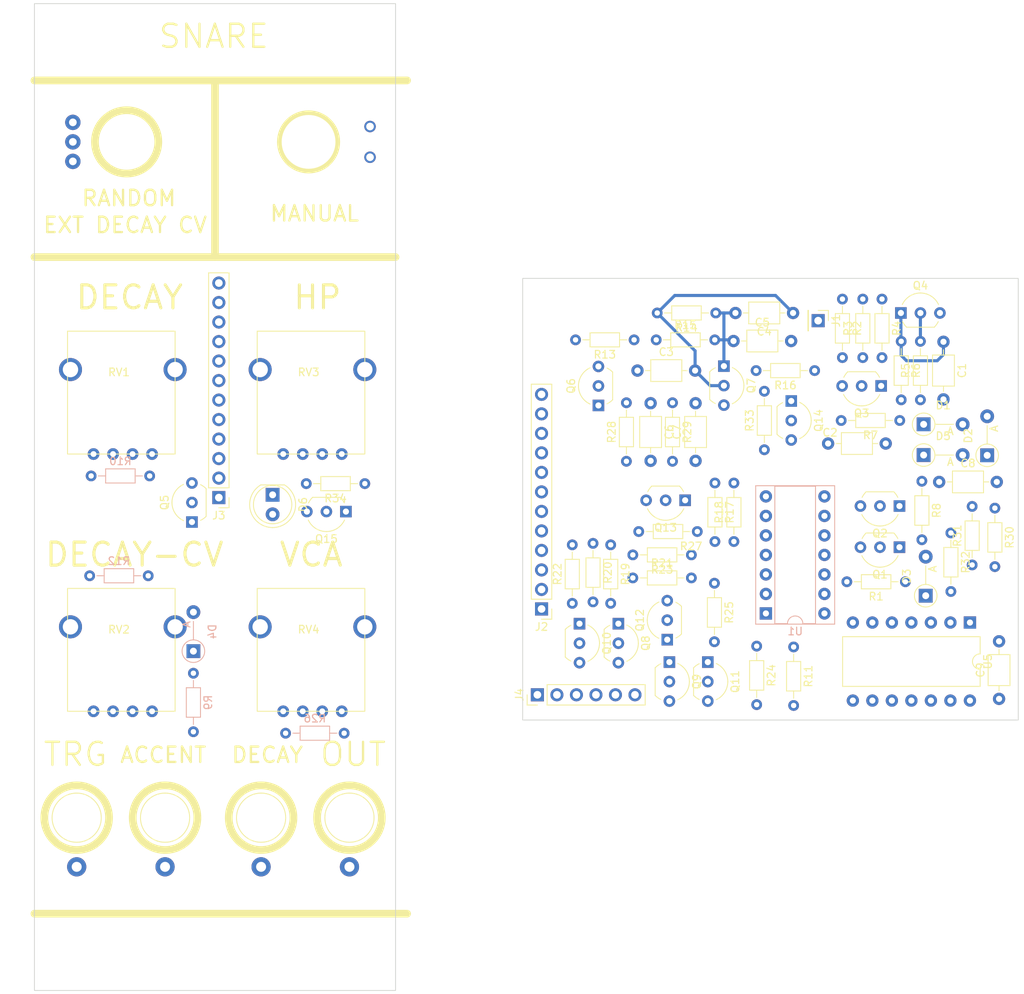
<source format=kicad_pcb>
(kicad_pcb (version 20221018) (generator pcbnew)
  (layers (0 "F.Cu" signal) (31 "B.Cu" signal) (34 "B.Paste" user) (35 "F.Paste" user) (36 "B.SilkS" user "B.Silkscreen") (37 "F.SilkS" user "F.Silkscreen") (38 "B.Mask" user) (39 "F.Mask" user) (44 "Edge.Cuts" user))
  (net 0 "")
  (net 1 "TRG_BUF")
  (net 2 "Net-(D1-A)")
  (net 3 "GND")
  (net 4 "Net-(Q6-E)")
  (net 5 "Net-(Q7-B)")
  (net 6 "Net-(Q7-C)")
  (net 7 "Net-(U1B-+)")
  (net 8 "Net-(C6-Pad1)")
  (net 9 "Net-(Q13-B)")
  (net 10 "NOISE")
  (net 11 "Net-(D2-A)")
  (net 12 "Net-(U1A-+)")
  (net 13 "Net-(D2-K)")
  (net 14 "Net-(D3-K)")
  (net 15 "Net-(D4-K)")
  (net 16 "Net-(D5-K)")
  (net 17 "Net-(J1-Pin_1)")
  (net 18 "Net-(Q1-B)")
  (net 19 "IN")
  (net 20 "Net-(Q4-B)")
  (net 21 "+12V")
  (net 23 "Net-(Q8-C)")
  (net 24 "Net-(Q8-B)")
  (net 25 "Net-(Q10-E)")
  (net 26 "Net-(Q11-B)")
  (net 27 "-12V")
  (net 28 "Net-(Q10-C)")
  (net 29 "Net-(Q12-E)")
  (net 30 "ENV")
  (net 31 "DCV")
  (net 32 "Net-(R3-Pad2)")
  (net 33 "Net-(R9-Pad1)")
  (net 34 "Net-(R10-Pad1)")
  (net 35 "Net-(R12-Pad1)")
  (net 36 "Net-(U1B--)")
  (net 37 "NOISE_TONED")
  (net 38 "OUT")
  (net 39 "Net-(SW2-B)")
  (net 41 "Net-(SW2-A)")
  (net 42 "RVG")
  (net 52 "CAP")
  (net 53 "Net-(Q3-C)")
  (net 54 "VGND")
  (net 55 "NOISE_HP")
  (net 56 "OFFSET")
  (net 57 "Net-(J2-Pin_7)")
  (net 58 "Net-(Q4-C)")
  (net 59 "Net-(D1-K)")
  (net 60 "Net-(Q3-B)")
  (net 61 "Net-(D6-A)")
  (net 62 "Net-(D6-K)")
  (footprint "Resistor_THT:R_Axial_DIN0204_L3.6mm_D1.6mm_P7.62mm_Horizontal" (layer "F.Cu") (at 180.925 63.78)
    (fp_text reference "R15" (at 3.81 -1.92) (layer "F.SilkS"))
    (fp_text value "4k7")
    (pad "1" thru_hole circle (at 0 0) (size 1.4 1.4) (drill 0.7) (layers "*.Cu" "*.Mask") (net 21 "+12V"))
    (pad "2" thru_hole oval (at 7.62 0) (size 1.4 1.4) (drill 0.7) (layers "*.Cu" "*.Mask") (net 6 "Net-(Q7-C)"))
  )
  (footprint "Resistor_THT:R_Axial_DIN0204_L3.6mm_D1.6mm_P7.62mm_Horizontal" (layer "F.Cu") (at 178.045 63.78 180)
    (fp_text reference "R13" (at 3.81 -1.92) (layer "F.SilkS"))
    (fp_text value "1M")
    (pad "1" thru_hole circle (at 0 0 180) (size 1.4 1.4) (drill 0.7) (layers "*.Cu" "*.Mask") (net 21 "+12V"))
    (pad "2" thru_hole oval (at 7.62 0 180) (size 1.4 1.4) (drill 0.7) (layers "*.Cu" "*.Mask") (net 4 "Net-(Q6-E)"))
  )
  (footprint "Resistor_THT:R_Axial_DIN0204_L3.6mm_D1.6mm_P7.62mm_Horizontal" (layer "F.Cu") (at 215.5 82.19 -90)
    (fp_text reference "R8" (at 3.81 -1.92 90) (layer "F.SilkS"))
    (fp_text value "100k")
    (pad "1" thru_hole circle (at 0 0 270) (size 1.4 1.4) (drill 0.7) (layers "*.Cu" "*.Mask") (net 16 "Net-(D5-K)"))
    (pad "2" thru_hole oval (at 7.62 0 270) (size 1.4 1.4) (drill 0.7) (layers "*.Cu" "*.Mask") (net 18 "Net-(Q1-B)"))
  )
  (footprint "Connector_PinHeader_2.54mm:PinHeader_1x12_P2.54mm_Vertical" (layer "F.Cu") (at 166 98.82 180)
    (fp_text reference "J2" (at 0 -2.33) (layer "F.SilkS"))
    (fp_text value "Conn_01x12_Pin")
    (pad "1" thru_hole rect (at 0 0 180) (size 1.7 1.7) (drill 1) (layers "*.Cu" "*.Mask") (net 21 "+12V"))
    (pad "2" thru_hole oval (at 0 2.54 180) (size 1.7 1.7) (drill 1) (layers "*.Cu" "*.Mask") (net 3 "GND"))
    (pad "3" thru_hole oval (at 0 5.08 180) (size 1.7 1.7) (drill 1) (layers "*.Cu" "*.Mask") (net 27 "-12V"))
    (pad "4" thru_hole oval (at 0 7.62 180) (size 1.7 1.7) (drill 1) (layers "*.Cu" "*.Mask") (net 10 "NOISE"))
    (pad "5" thru_hole oval (at 0 10.16 180) (size 1.7 1.7) (drill 1) (layers "*.Cu" "*.Mask") (net 37 "NOISE_TONED"))
    (pad "6" thru_hole oval (at 0 12.7 180) (size 1.7 1.7) (drill 1) (layers "*.Cu" "*.Mask") (net 55 "NOISE_HP"))
    (pad "7" thru_hole oval (at 0 15.24 180) (size 1.7 1.7) (drill 1) (layers "*.Cu" "*.Mask") (net 57 "Net-(J2-Pin_7)"))
    (pad "8" thru_hole oval (at 0 17.78 180) (size 1.7 1.7) (drill 1) (layers "*.Cu" "*.Mask") (net 54 "VGND"))
    (pad "9" thru_hole oval (at 0 20.32 180) (size 1.7 1.7) (drill 1) (layers "*.Cu" "*.Mask") (net 56 "OFFSET"))
    (pad "10" thru_hole oval (at 0 22.86 180) (size 1.7 1.7) (drill 1) (layers "*.Cu" "*.Mask") (net 38 "OUT"))
    (pad "11" thru_hole oval (at 0 25.4 180) (size 1.7 1.7) (drill 1) (layers "*.Cu" "*.Mask") (net 52 "CAP"))
    (pad "12" thru_hole oval (at 0 27.94 180) (size 1.7 1.7) (drill 1) (layers "*.Cu" "*.Mask") (net 19 "IN"))
  )
  (footprint "Package_TO_SOT_THT:TO-92_Inline_Wide" (layer "F.Cu") (at 184.69 84.67 180)
    (fp_text reference "Q13" (at 2.54 -3.56) (layer "F.SilkS"))
    (fp_text value "BC547")
    (pad "1" thru_hole rect (at 0 0 180) (size 1.5 1.5) (drill 0.8) (layers "*.Cu" "*.Mask") (net 21 "+12V"))
    (pad "2" thru_hole circle (at 2.54 0 180) (size 1.5 1.5) (drill 0.8) (layers "*.Cu" "*.Mask") (net 9 "Net-(Q13-B)"))
    (pad "3" thru_hole circle (at 5.08 0 180) (size 1.5 1.5) (drill 0.8) (layers "*.Cu" "*.Mask") (net 55 "NOISE_HP"))
  )
  (footprint "LED_THT:LED_D5.0mm" (layer "F.Cu") (at 131 83.96 -90)
    (fp_text reference "D6" (at 1.27 -3.96 90) (layer "F.SilkS"))
    (fp_text value "LED")
    (pad "1" thru_hole rect (at 0 0 270) (size 1.8 1.8) (drill 0.9) (layers "*.Cu" "*.Mask") (net 62 "Net-(D6-K)"))
    (pad "2" thru_hole circle (at 2.54 0 270) (size 1.8 1.8) (drill 0.9) (layers "*.Cu" "*.Mask") (net 61 "Net-(D6-A)"))
  )
  (footprint "Resistor_THT:R_Axial_DIN0204_L3.6mm_D1.6mm_P7.62mm_Horizontal" (layer "F.Cu") (at 207.81 66.09 90)
    (fp_text reference "R3" (at 3.81 -1.92 90) (layer "F.SilkS"))
    (fp_text value "10k")
    (pad "1" thru_hole circle (at 0 0 90) (size 1.4 1.4) (drill 0.7) (layers "*.Cu" "*.Mask") (net 60 "Net-(Q3-B)"))
    (pad "2" thru_hole oval (at 7.62 0 90) (size 1.4 1.4) (drill 0.7) (layers "*.Cu" "*.Mask") (net 32 "Net-(R3-Pad2)"))
  )
  (footprint "Library:aux_flush" (layer "F.Cu") (at 141 126 90)
    (fp_text reference "U6" hide)
    (fp_text value "Aux_flush")
    (pad "" np_thru_hole circle (at 0 0 90) (size 6.1 6.1) (drill 6.1) (layers "F&B.Cu" "*.Mask"))
    (pad "1" thru_hole circle (at -6.4 0 90) (size 2.5 2.5) (drill 1.3) (layers "*.Cu" "*.Mask") (net 38 "OUT"))
  )
  (footprint "Diode_THT:D_A-405_P5.08mm_Vertical_AnodeUp" (layer "F.Cu") (at 215.73 78.78)
    (fp_text reference "D5" (at 2.54 -2.47) (layer "F.SilkS"))
    (fp_text value "D")
    (fp_text user "A" (at 3.48 0.9) (layer "F.SilkS"))
    (pad "1" thru_hole rect (at 0 0) (size 1.8 1.8) (drill 0.9) (layers "*.Cu" "*.Mask") (net 16 "Net-(D5-K)"))
    (pad "2" thru_hole oval (at 5.08 0) (size 1.8 1.8) (drill 0.9) (layers "*.Cu" "*.Mask") (net 59 "Net-(D1-K)"))
  )
  (footprint "MountingHole:MountingHole_3.2mm_M3" (layer "F.Cu") (at 105 23)
    (fp_text reference "REF**" hide)
    (fp_text value "MountingHole_3.2mm_M3")
    (pad "" np_thru_hole circle (at 0 0) (size 3.2 3.2) (drill 3.2) (layers "*.Cu" "*.Mask"))
  )
  (footprint "Resistor_THT:R_Axial_DIN0204_L3.6mm_D1.6mm_P7.62mm_Horizontal" (layer "F.Cu") (at 210.31 58.47 -90)
    (fp_text reference "R4" (at 3.81 -1.92 90) (layer "F.SilkS"))
    (fp_text value "10k")
    (pad "1" thru_hole circle (at 0 0 270) (size 1.4 1.4) (drill 0.7) (layers "*.Cu" "*.Mask") (net 21 "+12V"))
    (pad "2" thru_hole oval (at 7.62 0 270) (size 1.4 1.4) (drill 0.7) (layers "*.Cu" "*.Mask") (net 53 "Net-(Q3-C)"))
  )
  (footprint "Resistor_THT:R_Axial_DIN0204_L3.6mm_D1.6mm_P7.62mm_Horizontal" (layer "F.Cu") (at 212.62 74.28 180)
    (fp_text reference "R7" (at 3.81 -1.92) (layer "F.SilkS"))
    (fp_text value "100k")
    (pad "1" thru_hole circle (at 0 0 180) (size 1.4 1.4) (drill 0.7) (layers "*.Cu" "*.Mask") (net 2 "Net-(D1-A)"))
    (pad "2" thru_hole oval (at 7.62 0 180) (size 1.4 1.4) (drill 0.7) (layers "*.Cu" "*.Mask") (net 3 "GND"))
  )
  (footprint "Library:switch_flush" (layer "F.Cu") (at 112 38 -90)
    (fp_text reference "SW2" hide)
    (fp_text value "SW_SPDT" hide)
    (pad "" np_thru_hole circle (at 0 0 270) (size 6.2 6.2) (drill 6.2) (layers "F&B.Cu" "*.Mask"))
    (pad "1" thru_hole circle (at 2.54 7 90) (size 2 2) (drill 1) (layers "*.Cu" "*.Mask") (net 41 "Net-(SW2-A)"))
    (pad "2" thru_hole circle (at 0 7 90) (size 2 2) (drill 1) (layers "*.Cu" "*.Mask") (net 39 "Net-(SW2-B)"))
    (pad "3" thru_hole circle (at -2.54 7 90) (size 2 2) (drill 1) (layers "*.Cu" "*.Mask") (net 42 "RVG"))
  )
  (footprint "Resistor_THT:R_Axial_DIN0204_L3.6mm_D1.6mm_P7.62mm_Horizontal" (layer "F.Cu") (at 175 90.47 -90)
    (fp_text reference "R19" (at 3.81 -1.92 90) (layer "F.SilkS"))
    (fp_text value "100k")
    (pad "1" thru_hole circle (at 0 0 270) (size 1.4 1.4) (drill 0.7) (layers "*.Cu" "*.Mask") (net 37 "NOISE_TONED"))
    (pad "2" thru_hole oval (at 7.62 0 270) (size 1.4 1.4) (drill 0.7) (layers "*.Cu" "*.Mask") (net 24 "Net-(Q8-B)"))
  )
  (footprint "Resistor_THT:R_Axial_DIN0204_L3.6mm_D1.6mm_P7.62mm_Horizontal" (layer "F.Cu") (at 172.7 90.28 -90)
    (fp_text reference "R20" (at 3.81 -1.92 90) (layer "F.SilkS"))
    (fp_text value "200R")
    (pad "1" thru_hole circle (at 0 0 270) (size 1.4 1.4) (drill 0.7) (layers "*.Cu" "*.Mask") (net 3 "GND"))
    (pad "2" thru_hole oval (at 7.62 0 270) (size 1.4 1.4) (drill 0.7) (layers "*.Cu" "*.Mask") (net 24 "Net-(Q8-B)"))
  )
  (footprint "Capacitor_THT:C_Axial_L3.8mm_D2.6mm_P7.50mm_Horizontal" (layer "F.Cu") (at 186.045 79.53 90)
    (fp_text reference "C7" (at 3.75 -2.42 90) (layer "F.SilkS"))
    (fp_text value "470n")
    (pad "1" thru_hole circle (at 0 0 90) (size 1.6 1.6) (drill 0.8) (layers "*.Cu" "*.Mask") (net 10 "NOISE"))
    (pad "2" thru_hole oval (at 7.5 0 90) (size 1.6 1.6) (drill 0.8) (layers "*.Cu" "*.Mask") (net 8 "Net-(C6-Pad1)"))
  )
  (footprint "Diode_THT:D_A-405_P5.08mm_Vertical_AnodeUp" (layer "F.Cu") (at 215.73 74.78)
    (fp_text reference "D1" (at 2.54 -2.47) (layer "F.SilkS"))
    (fp_text value "D")
    (fp_text user "A" (at 3.48 0.9) (layer "F.SilkS"))
    (pad "1" thru_hole rect (at 0 0) (size 1.8 1.8) (drill 0.9) (layers "*.Cu" "*.Mask") (net 59 "Net-(D1-K)"))
    (pad "2" thru_hole oval (at 5.08 0) (size 1.8 1.8) (drill 0.9) (layers "*.Cu" "*.Mask") (net 2 "Net-(D1-A)"))
  )
  (footprint "Library:aux_flush" (layer "F.Cu") (at 129.5 126 90)
    (fp_text reference "U4" hide)
    (fp_text value "Aux_flush")
    (pad "" np_thru_hole circle (at 0 0 90) (size 6.1 6.1) (drill 6.1) (layers "F&B.Cu" "*.Mask"))
    (pad "1" thru_hole circle (at -6.4 0 90) (size 2.5 2.5) (drill 1.3) (layers "*.Cu" "*.Mask") (net 41 "Net-(SW2-A)"))
  )
  (footprint "Resistor_THT:R_Axial_DIN0204_L3.6mm_D1.6mm_P7.62mm_Horizontal" (layer "F.Cu") (at 188.565 82.42 -90)
    (fp_text reference "R17" (at 3.81 -1.92 90) (layer "F.SilkS"))
    (fp_text value "100k")
    (pad "1" thru_hole circle (at 0 0 270) (size 1.4 1.4) (drill 0.7) (layers "*.Cu" "*.Mask") (net 10 "NOISE"))
    (pad "2" thru_hole oval (at 7.62 0 270) (size 1.4 1.4) (drill 0.7) (layers "*.Cu" "*.Mask") (net 36 "Net-(U1B--)"))
  )
  (footprint "Resistor_THT:R_Axial_DIN0204_L3.6mm_D1.6mm_P7.62mm_Horizontal" (layer "F.Cu") (at 183.045 71.97 -90)
    (fp_text reference "R29" (at 3.81 -1.92 90) (layer "F.SilkS"))
    (fp_text value "100k")
    (pad "1" thru_hole circle (at 0 0 270) (size 1.4 1.4) (drill 0.7) (layers "*.Cu" "*.Mask") (net 8 "Net-(C6-Pad1)"))
    (pad "2" thru_hole oval (at 7.62 0 270) (size 1.4 1.4) (drill 0.7) (layers "*.Cu" "*.Mask") (net 3 "GND"))
  )
  (footprint "Package_TO_SOT_THT:TO-92_Inline_Wide" (layer "F.Cu") (at 212.77 60.28)
    (fp_text reference "Q4" (at 2.54 -3.56) (layer "F.SilkS"))
    (fp_text value "BC557")
    (pad "1" thru_hole rect (at 0 0) (size 1.5 1.5) (drill 0.8) (layers "*.Cu" "*.Mask") (net 58 "Net-(Q4-C)"))
    (pad "2" thru_hole circle (at 2.54 0) (size 1.5 1.5) (drill 0.8) (layers "*.Cu" "*.Mask") (net 20 "Net-(Q4-B)"))
    (pad "3" thru_hole circle (at 5.08 0) (size 1.5 1.5) (drill 0.8) (layers "*.Cu" "*.Mask") (net 21 "+12V"))
  )
  (footprint "Diode_THT:D_A-405_P5.08mm_Vertical_AnodeUp" (layer "F.Cu") (at 216 97.095 90)
    (fp_text reference "D3" (at 2.54 -2.47 90) (layer "F.SilkS"))
    (fp_text value "D")
    (fp_text user "A" (at 3.48 0.9 90) (layer "F.SilkS"))
    (pad "1" thru_hole rect (at 0 0 90) (size 1.8 1.8) (drill 0.9) (layers "*.Cu" "*.Mask") (net 14 "Net-(D3-K)"))
    (pad "2" thru_hole oval (at 5.08 0 90) (size 1.8 1.8) (drill 0.9) (layers "*.Cu" "*.Mask") (net 3 "GND"))
  )
  (footprint "Resistor_THT:R_Axial_DIN0204_L3.6mm_D1.6mm_P7.62mm_Horizontal" (layer "F.Cu") (at 186.27 88.74 180)
    (fp_text reference "R27" (at 0.81 -1.92) (layer "F.SilkS"))
    (fp_text value "100k")
    (pad "1" thru_hole circle (at 0 0 180) (size 1.4 1.4) (drill 0.7) (layers "*.Cu" "*.Mask") (net 55 "NOISE_HP"))
    (pad "2" thru_hole oval (at 7.62 0 180) (size 1.4 1.4) (drill 0.7) (layers "*.Cu" "*.Mask") (net 27 "-12V"))
  )
  (footprint "Resistor_THT:R_Axial_DIN0204_L3.6mm_D1.6mm_P7.62mm_Horizontal" (layer "F.Cu") (at 205.16 58.47 -90)
    (fp_text reference "R2" (at 3.81 -1.92 90) (layer "F.SilkS"))
    (fp_text value "10k")
    (pad "1" thru_hole circle (at 0 0 270) (size 1.4 1.4) (drill 0.7) (layers "*.Cu" "*.Mask") (net 17 "Net-(J1-Pin_1)"))
    (pad "2" thru_hole oval (at 7.62 0 270) (size 1.4 1.4) (drill 0.7) (layers "*.Cu" "*.Mask") (net 60 "Net-(Q3-B)"))
  )
  (footprint "Resistor_THT:R_Axial_DIN0204_L3.6mm_D1.6mm_P7.62mm_Horizontal" (layer "F.Cu") (at 212.81 63.97 -90)
    (fp_text reference "R6" (at 3.81 -1.92 90) (layer "F.SilkS"))
    (fp_text value "100k")
    (pad "1" thru_hole circle (at 0 0 270) (size 1.4 1.4) (drill 0.7) (layers "*.Cu" "*.Mask") (net 58 "Net-(Q4-C)"))
    (pad "2" thru_hole oval (at 7.62 0 270) (size 1.4 1.4) (drill 0.7) (layers "*.Cu" "*.Mask") (net 3 "GND"))
  )
  (footprint "Resistor_THT:R_Axial_DIN0204_L3.6mm_D1.6mm_P7.62mm_Horizontal" (layer "F.Cu") (at 222.045 93.09 90)
    (fp_text reference "R31" (at 3.81 -1.92 90) (layer "F.SilkS"))
    (fp_text value "100k")
    (pad "1" thru_hole circle (at 0 0 90) (size 1.4 1.4) (drill 0.7) (layers "*.Cu" "*.Mask") (net 13 "Net-(D2-K)"))
    (pad "2" thru_hole oval (at 7.62 0 90) (size 1.4 1.4) (drill 0.7) (layers "*.Cu" "*.Mask") (net 3 "GND"))
  )
  (footprint "Package_DIP:DIP-14_W10.16mm" (layer "F.Cu") (at 221.756102 100.59 -90)
    (fp_text reference "U5" (at 5.08 -2.33 90) (layer "F.SilkS"))
    (fp_text value "4066")
    (pad "1" thru_hole rect (at 0 0 270) (size 1.6 1.6) (drill 0.8) (layers "*.Cu" "*.Mask") (net 12 "Net-(U1A-+)"))
    (pad "2" thru_hole oval (at 0 2.54 270) (size 1.6 1.6) (drill 0.8) (layers "*.Cu" "*.Mask") (net 14 "Net-(D3-K)"))
    (pad "3" thru_hole oval (at 0 5.08 270) (size 1.6 1.6) (drill 0.8) (layers "*.Cu" "*.Mask"))
    (pad "4" thru_hole oval (at 0 7.62 270) (size 1.6 1.6) (drill 0.8) (layers "*.Cu" "*.Mask"))
    (pad "5" thru_hole oval (at 0 10.16 270) (size 1.6 1.6) (drill 0.8) (layers "*.Cu" "*.Mask"))
    (pad "6" thru_hole oval (at 0 12.7 270) (size 1.6 1.6) (drill 0.8) (layers "*.Cu" "*.Mask"))
    (pad "7" thru_hole oval (at 0 15.24 270) (size 1.6 1.6) (drill 0.8) (layers "*.Cu" "*.Mask") (net 3 "GND"))
    (pad "8" thru_hole oval (at 10.16 15.24 270) (size 1.6 1.6) (drill 0.8) (layers "*.Cu" "*.Mask"))
    (pad "9" thru_hole oval (at 10.16 12.7 270) (size 1.6 1.6) (drill 0.8) (layers "*.Cu" "*.Mask"))
    (pad "10" thru_hole oval (at 10.16 10.16 270) (size 1.6 1.6) (drill 0.8) (layers "*.Cu" "*.Mask"))
    (pad "11" thru_hole oval (at 10.16 7.62 270) (size 1.6 1.6) (drill 0.8) (layers "*.Cu" "*.Mask"))
    (pad "12" thru_hole oval (at 10.16 5.08 270) (size 1.6 1.6) (drill 0.8) (layers "*.Cu" "*.Mask"))
    (pad "13" thru_hole oval (at 10.16 2.54 270) (size 1.6 1.6) (drill 0.8) (layers "*.Cu" "*.Mask") (net 13 "Net-(D2-K)"))
    (pad "14" thru_hole oval (at 10.16 0 270) (size 1.6 1.6) (drill 0.8) (layers "*.Cu" "*.Mask") (net 21 "+12V"))
  )
  (footprint "Resistor_THT:R_Axial_DIN0204_L3.6mm_D1.6mm_P7.62mm_Horizontal" (layer "F.Cu") (at 198.81 103.77 -90)
    (fp_text reference "R11" (at 3.81 -1.92 90) (layer "F.SilkS"))
    (fp_text value "100k")
    (pad "1" thru_hole circle (at 0 0 270) (size 1.4 1.4) (drill 0.7) (layers "*.Cu" "*.Mask") (net 54 "VGND"))
    (pad "2" thru_hole oval (at 7.62 0 270) (size 1.4 1.4) (drill 0.7) (layers "*.Cu" "*.Mask") (net 31 "DCV"))
  )
  (footprint "Package_TO_SOT_THT:TO-92_Inline_Wide" (layer "F.Cu") (at 170.94 100.74 -90)
    (fp_text reference "Q10" (at 2.54 -3.56 90) (layer "F.SilkS"))
    (fp_text value "BC547")
    (pad "1" thru_hole rect (at 0 0 270) (size 1.5 1.5) (drill 0.8) (layers "*.Cu" "*.Mask") (net 28 "Net-(Q10-C)"))
    (pad "2" thru_hole circle (at 2.54 0 270) (size 1.5 1.5) (drill 0.8) (layers "*.Cu" "*.Mask") (net 3 "GND"))
    (pad "3" thru_hole circle (at 5.08 0 270) (size 1.5 1.5) (drill 0.8) (layers "*.Cu" "*.Mask") (net 25 "Net-(Q10-E)"))
  )
  (footprint "Resistor_THT:R_Axial_DIN0204_L3.6mm_D1.6mm_P7.62mm_Horizontal" (layer "F.Cu") (at 219.275551 88.925 -90)
    (fp_text reference "R32" (at 3.81 -1.92 90) (layer "F.SilkS"))
    (fp_text value "1k")
    (pad "1" thru_hole circle (at 0 0 270) (size 1.4 1.4) (drill 0.7) (layers "*.Cu" "*.Mask") (net 10 "NOISE"))
    (pad "2" thru_hole oval (at 7.62 0 270) (size 1.4 1.4) (drill 0.7) (layers "*.Cu" "*.Mask") (net 14 "Net-(D3-K)"))
  )
  (footprint "MountingHole:MountingHole_3.2mm_M3" (layer "F.Cu") (at 140.5 23)
    (fp_text reference "REF**" hide)
    (fp_text value "MountingHole_3.2mm_M3")
    (pad "" np_thru_hole circle (at 0 0) (size 3.2 3.2) (drill 3.2) (layers "F&B.Cu" "*.Mask"))
  )
  (footprint "Capacitor_THT:C_Axial_L3.8mm_D2.6mm_P7.50mm_Horizontal" (layer "F.Cu") (at 198.735 60.28 180)
    (fp_text reference "C4" (at 3.75 -2.42) (layer "F.SilkS"))
    (fp_text value "10p")
    (pad "1" thru_hole circle (at 0 0 180) (size 1.6 1.6) (drill 0.8) (layers "*.Cu" "*.Mask") (net 5 "Net-(Q7-B)"))
    (pad "2" thru_hole oval (at 7.5 0 180) (size 1.6 1.6) (drill 0.8) (layers "*.Cu" "*.Mask") (net 6 "Net-(Q7-C)"))
  )
  (footprint "Package_TO_SOT_THT:TO-92_Inline_Wide" (layer "F.Cu") (at 212.585 85.42 180)
    (fp_text reference "Q2" (at 2.54 -3.56) (layer "F.SilkS"))
    (fp_text value "BC547")
    (pad "1" thru_hole rect (at 0 0 180) (size 1.5 1.5) (drill 0.8) (layers "*.Cu" "*.Mask") (net 18 "Net-(Q1-B)"))
    (pad "2" thru_hole circle (at 2.54 0 180) (size 1.5 1.5) (drill 0.8) (layers "*.Cu" "*.Mask") (net 18 "Net-(Q1-B)"))
    (pad "3" thru_hole circle (at 5.08 0 180) (size 1.5 1.5) (drill 0.8) (layers "*.Cu" "*.Mask") (net 3 "GND"))
  )
  (footprint "Package_TO_SOT_THT:TO-92_Inline_Wide" (layer "F.Cu") (at 210.2 69.78 180)
    (fp_text reference "Q3" (at 2.54 -3.56) (layer "F.SilkS"))
    (fp_text value "BC547")
    (pad "1" thru_hole rect (at 0 0 180) (size 1.5 1.5) (drill 0.8) (layers "*.Cu" "*.Mask") (net 53 "Net-(Q3-C)"))
    (pad "2" thru_hole circle (at 2.54 0 180) (size 1.5 1.5) (drill 0.8) (layers "*.Cu" "*.Mask") (net 60 "Net-(Q3-B)"))
    (pad "3" thru_hole circle (at 5.08 0 180) (size 1.5 1.5) (drill 0.8) (layers "*.Cu" "*.Mask") (net 3 "GND"))
  )
  (footprint "Capacitor_THT:C_Axial_L3.8mm_D2.6mm_P7.50mm_Horizontal" (layer "F.Cu") (at 180.195 72.03 -90)
    (fp_text reference "C6" (at 3.75 -2.42 90) (layer "F.SilkS"))
    (fp_text value "470n")
    (pad "1" thru_hole circle (at 0 0 270) (size 1.6 1.6) (drill 0.8) (layers "*.Cu" "*.Mask") (net 8 "Net-(C6-Pad1)"))
    (pad "2" thru_hole oval (at 7.5 0 270) (size 1.6 1.6) (drill 0.8) (layers "*.Cu" "*.Mask") (net 9 "Net-(Q13-B)"))
  )
  (footprint "Library:AlpsPot" (layer "F.Cu") (at 107.69 78.649)
    (fp_text reference "RV1" (at 3.31 -10.649 unlocked) (layer "F.SilkS"))
    (fp_text value "R_Potentiometer")
    (pad "1" thru_hole circle (at 0 0) (size 1.524 1.524) (drill 0.762) (layers "*.Cu" "*.Mask") (net 3 "GND"))
    (pad "2" thru_hole circle (at 2.54 0) (size 1.524 1.524) (drill 0.762) (layers "*.Cu" "*.Mask") (net 34 "Net-(R10-Pad1)"))
    (pad "3" thru_hole circle (at 5.08 0) (size 1.524 1.524) (drill 0.762) (layers "*.Cu" "*.Mask") (net 27 "-12V"))
    (pad "4" thru_hole circle (at 7.62 0) (size 1.524 1.524) (drill 0.762) (layers "*.Cu" "*.Mask"))
    (pad "5" thru_hole circle (at -3 -11) (size 3 3) (drill 2) (layers "*.Cu" "*.Mask"))
    (pad "6" thru_hole circle (at 10.62 -11) (size 3 3) (drill 2) (layers "*.Cu" "*.Mask"))
  )
  (footprint "Resistor_THT:R_Axial_DIN0204_L3.6mm_D1.6mm_P7.62mm_Horizontal" (layer "F.Cu") (at 215.31 71.59 90)
    (fp_text reference "R5" (at 3.81 -1.92 90) (layer "F.SilkS"))
    (fp_text value "10k")
    (pad "1" thru_hole circle (at 0 0 90) (size 1.4 1.4) (drill 0.7) (layers "*.Cu" "*.Mask") (net 53 "Net-(Q3-C)"))
    (pad "2" thru_hole oval (at 7.62 0 90) (size 1.4 1.4) (drill 0.7) (layers "*.Cu" "*.Mask") (net 20 "Net-(Q4-B)"))
  )
  (footprint "Connector_PinHeader_2.54mm:PinHeader_1x01_P2.54mm_Vertical" (layer "F.Cu") (at 202 61.28 -90)
    (fp_text reference "J1" (at 0 -2.33 90) (layer "F.SilkS"))
    (fp_text value "Conn_01x01_Pin")
    (pad "1" thru_hole rect (at 0 0 270) (size 1.7 1.7) (drill 1) (layers "*.Cu" "*.Mask") (net 17 "Net-(J1-Pin_1)"))
  )
  (footprint "Package_TO_SOT_THT:TO-92_Inline_Wide" (layer "F.Cu") (at 187.64 105.74 -90)
    (fp_text reference "Q11" (at 2.54 -3.56 90) (layer "F.SilkS"))
    (fp_text value "BC547")
    (pad "1" thru_hole rect (at 0 0 270) (size 1.5 1.5) (drill 0.8) (layers "*.Cu" "*.Mask") (net 26 "Net-(Q11-B)"))
    (pad "2" thru_hole circle (at 2.54 0 270) (size 1.5 1.5) (drill 0.8) (layers "*.Cu" "*.Mask") (net 26 "Net-(Q11-B)"))
    (pad "3" thru_hole circle (at 5.08 0 270) (size 1.5 1.5) (drill 0.8) (layers "*.Cu" "*.Mask") (net 27 "-12V"))
  )
  (footprint "Resistor_THT:R_Axial_DIN0204_L3.6mm_D1.6mm_P7.62mm_Horizontal" (layer "F.Cu") (at 191.034449 90.04 90)
    (fp_text reference "R18" (at 3.81 -1.92 90) (layer "F.SilkS"))
    (fp_text value "100k")
    (pad "1" thru_hole circle (at 0 0 90) (size 1.4 1.4) (drill 0.7) (layers "*.Cu" "*.Mask") (net 36 "Net-(U1B--)"))
    (pad "2" thru_hole oval (at 7.62 0 90) (size 1.4 1.4) (drill 0.7) (layers "*.Cu" "*.Mask") (net 3 "GND"))
  )
  (footprint "Package_TO_SOT_THT:TO-92_Inline_Wide" (layer "F.Cu") (at 176 100.74 -90)
    (fp_text reference "Q8" (at 2.54 -3.56 90) (layer "F.SilkS"))
    (fp_text value "BC547")
    (pad "1" thru_hole rect (at 0 0 270) (size 1.5 1.5) (drill 0.8) (layers "*.Cu" "*.Mask") (net 23 "Net-(Q8-C)"))
    (pad "2" thru_hole circle (at 2.54 0 270) (size 1.5 1.5) (drill 0.8) (layers "*.Cu" "*.Mask") (net 24 "Net-(Q8-B)"))
    (pad "3" thru_hole circle (at 5.08 0 270) (size 1.5 1.5) (drill 0.8) (layers "*.Cu" "*.Mask") (net 25 "Net-(Q10-E)"))
  )
  (footprint "Package_TO_SOT_THT:TO-92_Inline_Wide" (layer "F.Cu") (at 140.54 86.14 180)
    (fp_text reference "Q15" (at 2.54 -3.56) (layer "F.SilkS"))
    (fp_text value "BC547")
    (pad "1" thru_hole rect (at 0 0 180) (size 1.5 1.5) (drill 0.8) (layers "*.Cu" "*.Mask") (net 21 "+12V"))
    (pad "2" thru_hole circle (at 2.54 0 180) (size 1.5 1.5) (drill 0.8) (layers "*.Cu" "*.Mask") (net 38 "OUT"))
    (pad "3" thru_hole circle (at 5.08 0 180) (size 1.5 1.5) (drill 0.8) (layers "*.Cu" "*.Mask") (net 61 "Net-(D6-A)"))
  )
  (footprint "Library:AlpsPot" (layer "F.Cu") (at 132.378447 112.149)
    (fp_text reference "RV4" (at 3.31 -10.649 unlocked) (layer "F.SilkS"))
    (fp_text value "R_Potentiometer")
    (pad "1" thru_hole circle (at 0 0) (size 1.524 1.524) (drill 0.762) (layers "*.Cu" "*.Mask") (net 21 "+12V"))
    (pad "2" thru_hole circle (at 2.54 0) (size 1.524 1.524) (drill 0.762) (layers "*.Cu" "*.Mask") (net 56 "OFFSET"))
    (pad "3" thru_hole circle (at 5.08 0) (size 1.524 1.524) (drill 0.762) (layers "*.Cu" "*.Mask") (net 3 "GND"))
    (pad "4" thru_hole circle (at 7.62 0) (size 1.524 1.524) (drill 0.762) (layers "*.Cu" "*.Mask"))
    (pad "5" thru_hole circle (at -3 -11) (size 3 3) (drill 2) (layers "*.Cu" "*.Mask"))
    (pad "6" thru_hole circle (at 10.62 -11) (size 3 3) (drill 2) (layers "*.Cu" "*.Mask"))
  )
  (footprint "Package_TO_SOT_THT:TO-92_Inline_Wide" (layer "F.Cu") (at 189.735 67.2 -90)
    (fp_text reference "Q7" (at 2.54 -3.56 90) (layer "F.SilkS"))
    (fp_text value "BC547")
    (pad "1" thru_hole rect (at 0 0 270) (size 1.5 1.5) (drill 0.8) (layers "*.Cu" "*.Mask") (net 6 "Net-(Q7-C)"))
    (pad "2" thru_hole circle (at 2.54 0 270) (size 1.5 1.5) (drill 0.8) (layers "*.Cu" "*.Mask") (net 5 "Net-(Q7-B)"))
    (pad "3" thru_hole circle (at 5.08 0 270) (size 1.5 1.5) (drill 0.8) (layers "*.Cu" "*.Mask") (net 3 "GND"))
  )
  (footprint "Package_TO_SOT_THT:TO-92_Inline_Wide" (layer "F.Cu") (at 212.585 90.78 180)
    (fp_text reference "Q1" (at 2.54 -3.56) (layer "F.SilkS"))
    (fp_text value "BC547")
    (pad "1" thru_hole rect (at 0 0 180) (size 1.5 1.5) (drill 0.8) (layers "*.Cu" "*.Mask") (net 59 "Net-(D1-K)"))
    (pad "2" thru_hole circle (at 2.54 0 180) (size 1.5 1.5) (drill 0.8) (layers "*.Cu" "*.Mask") (net 18 "Net-(Q1-B)"))
    (pad "3" thru_hole circle (at 5.08 0 180) (size 1.5 1.5) (drill 0.8) (layers "*.Cu" "*.Mask") (net 3 "GND"))
  )
  (footprint "Library:Push_Flush" (layer "F.Cu") (at 135.677776 38 180)
    (fp_text reference "SW1" hide)
    (fp_text value "SW_Push")
    (pad "" np_thru_hole circle (at 0 0 180) (size 7 7) (drill 7) (layers "F&B.Cu" "*.Mask"))
    (pad "1" thru_hole circle (at -8 -2 180) (size 1.5 1.5) (drill 1) (layers "*.Cu" "*.Mask"))
    (pad "2" thru_hole circle (at -8 2 180) (size 1.5 1.5) (drill 1) (layers "*.Cu" "*.Mask") (net 21 "+12V"))
  )
  (footprint "MountingHole:MountingHole_3.2mm_M3" (layer "F.Cu") (at 105.073107 145.5086 180)
    (fp_text reference "REF**" hide)
    (fp_text value "MountingHole_3.2mm_M3")
    (pad "" np_thru_hole circle (at 0 0 180) (size 3.2 3.2) (drill 3.2) (layers "F&B.Cu" "*.Mask"))
  )
  (footprint "Capacitor_THT:C_Axial_L3.8mm_D2.6mm_P7.50mm_Horizontal" (layer "F.Cu") (at 203.295 77.28)
    (fp_text reference "C2" (at 0.25 -1.42) (layer "F.SilkS"))
    (fp_text value "470n")
    (pad "1" thru_hole circle (at 0 0) (size 1.6 1.6) (drill 0.8) (layers "*.Cu" "*.Mask") (net 3 "GND"))
    (pad "2" thru_hole oval (at 7.5 0) (size 1.6 1.6) (drill 0.8) (layers "*.Cu" "*.Mask") (net 59 "Net-(D1-K)"))
  )
  (footprint "Capacitor_THT:C_Axial_L3.8mm_D2.6mm_P7.50mm_Horizontal" (layer "F.Cu") (at 218.31 64.03 -90)
    (fp_text reference "C1" (at 3.75 -2.42 90) (layer "F.SilkS"))
    (fp_text value "10n")
    (pad "1" thru_hole circle (at 0 0 270) (size 1.6 1.6) (drill 0.8) (layers "*.Cu" "*.Mask") (net 58 "Net-(Q4-C)"))
    (pad "2" thru_hole oval (at 7.5 0 270) (size 1.6 1.6) (drill 0.8) (layers "*.Cu" "*.Mask") (net 2 "Net-(D1-A)"))
  )
  (footprint "Library:AlpsPot" (layer "F.Cu") (at 132.378447 78.649)
    (fp_text reference "RV3" (at 3.31 -10.649 unlocked) (layer "F.SilkS"))
    (fp_text value "R_Potentiometer")
    (pad "1" thru_hole circle (at 0 0) (size 1.524 1.524) (drill 0.762) (layers "*.Cu" "*.Mask") (net 55 "NOISE_HP"))
    (pad "2" thru_hole circle (at 2.54 0) (size 1.524 1.524) (drill 0.762) (layers "*.Cu" "*.Mask") (net 37 "NOISE_TONED"))
    (pad "3" thru_hole circle (at 5.08 0) (size 1.524 1.524) (drill 0.762) (layers "*.Cu" "*.Mask") (net 10 "NOISE"))
    (pad "4" thru_hole circle (at 7.62 0) (size 1.524 1.524) (drill 0.762) (layers "*.Cu" "*.Mask"))
    (pad "5" thru_hole circle (at -3 -11) (size 3 3) (drill 2) (layers "*.Cu" "*.Mask"))
    (pad "6" thru_hole circle (at 10.62 -11) (size 3 3) (drill 2) (layers "*.Cu" "*.Mask"))
  )
  (footprint "MountingHole:MountingHole_3.2mm_M3" (layer "F.Cu") (at 140.573107 145.5086 180)
    (fp_text reference "REF**" hide)
    (fp_text value "MountingHole_3.2mm_M3")
    (pad "" np_thru_hole circle (at 0 0 180) (size 3.2 3.2) (drill 3.2) (layers "F&B.Cu" "*.Mask"))
  )
  (footprint "Connector_PinHeader_2.54mm:PinHeader_1x12_P2.54mm_Vertical" (layer "F.Cu") (at 124 84.32 180)
    (fp_text reference "J3" (at 0 -2.33) (layer "F.SilkS"))
    (fp_text value "Conn_01x12_Pin")
    (pad "1" thru_hole rect (at 0 0 180) (size 1.7 1.7) (drill 1) (layers "*.Cu" "*.Mask") (net 21 "+12V"))
    (pad "2" thru_hole oval (at 0 2.54 180) (size 1.7 1.7) (drill 1) (layers "*.Cu" "*.Mask") (net 3 "GND"))
    (pad "3" thru_hole oval (at 0 5.08 180) (size 1.7 1.7) (drill 1) (layers "*.Cu" "*.Mask") (net 27 "-12V"))
    (pad "4" thru_hole oval (at 0 7.62 180) (size 1.7 1.7) (drill 1) (layers "*.Cu" "*.Mask") (net 10 "NOISE"))
    (pad "5" thru_hole oval (at 0 10.16 180) (size 1.7 1.7) (drill 1) (layers "*.Cu" "*.Mask") (net 37 "NOISE_TONED"))
    (pad "6" thru_hole oval (at 0 12.7 180) (size 1.7 1.7) (drill 1) (layers "*.Cu" "*.Mask") (net 55 "NOISE_HP"))
    (pad "7" thru_hole oval (at 0 15.24 180) (size 1.7 1.7) (drill 1) (layers "*.Cu" "*.Mask") (net 57 "Net-(J2-Pin_7)"))
    (pad "8" thru_hole oval (at 0 17.78 180) (size 1.7 1.7) (drill 1) (layers "*.Cu" "*.Mask") (net 54 "VGND"))
    (pad "9" thru_hole oval (at 0 20.32 180) (size 1.7 1.7) (drill 1) (layers "*.Cu" "*.Mask") (net 56 "OFFSET"))
    (pad "10" thru_hole oval (at 0 22.86 180) (size 1.7 1.7) (drill 1) (layers "*.Cu" "*.Mask") (net 38 "OUT"))
    (pad "11" thru_hole oval (at 0 25.4 180) (size 1.7 1.7) (drill 1) (layers "*.Cu" "*.Mask") (net 52 "CAP"))
    (pad "12" thru_hole oval (at 0 27.94 180) (size 1.7 1.7) (drill 1) (layers "*.Cu" "*.Mask") (net 19 "IN"))
  )
  (footprint "Resistor_THT:R_Axial_DIN0204_L3.6mm_D1.6mm_P7.62mm_Horizontal" (layer "F.Cu") (at 177.045 79.59 90)
    (fp_text reference "R28" (at 3.81 -1.92 90) (layer "F.SilkS"))
    (fp_text value "100k")
    (pad "1" thru_hole circle (at 0 0 90) (size 1.4 1.4) (drill 0.7) (layers "*.Cu" "*.Mask") (net 9 "Net-(Q13-B)"))
    (pad "2" thru_hole oval (at 7.62 0 90) (size 1.4 1.4) (drill 0.7) (layers "*.Cu" "*.Mask") (net 3 "GND"))
  )
  (footprint "Resistor_THT:R_Axial_DIN0204_L3.6mm_D1.6mm_P7.62mm_Horizontal" (layer "F.Cu") (at 143 82.5 180)
    (fp_text reference "R34" (at 3.81 -1.92) (layer "F.SilkS"))
    (fp_text value "200k")
    (pad "1" thru_hole circle (at 0 0 180) (size 1.4 1.4) (drill 0.7) (layers "*.Cu" "*.Mask") (net 3 "GND"))
    (pad "2" thru_hole oval (at 7.62 0 180) (size 1.4 1.4) (drill 0.7) (layers "*.Cu" "*.Mask") (net 62 "Net-(D6-K)"))
  )
  (footprint "Package_TO_SOT_THT:TO-92_Inline_Wide" (layer "F.Cu") (at 198.5 71.74 -90)
    (fp_text reference "Q14" (at 2.54 -3.56 90) (layer "F.SilkS"))
    (fp_text value "BC547")
    (pad "1" thru_hole rect (at 0 0 270) (size 1.5 1.5) (drill 0.8) (layers "*.Cu" "*.Mask") (net 21 "+12V"))
    (pad "2" thru_hole circle (at 2.54 0 270) (size 1.5 1.5) (drill 0.8) (layers "*.Cu" "*.Mask") (net 59 "Net-(D1-K)"))
    (pad "3" thru_hole circle (at 5.08 0 270) (size 1.5 1.5) (drill 0.8) (layers "*.Cu" "*.Mask") (net 30 "ENV"))
  )
  (footprint "Library:AlpsPot" (layer "F.Cu") (at 107.69 112.149)
    (fp_text reference "RV2" (at 3.31 -10.649 unlocked) (layer "F.SilkS"))
    (fp_text value "R_Potentiometer")
    (pad "1" thru_hole circle (at 0 0) (size 1.524 1.524) (drill 0.762) (layers "*.Cu" "*.Mask") (net 39 "Net-(SW2-B)"))
    (pad "2" thru_hole circle (at 2.54 0) (size 1.524 1.524) (drill 0.762) (layers "*.Cu" "*.Mask") (net 35 "Net-(R12-Pad1)"))
    (pad "3" thru_hole circle (at 5.08 0) (size 1.524 1.524) (drill 0.762) (layers "*.Cu" "*.Mask") (net 3 "GND"))
    (pad "4" thru_hole circle (at 7.62 0) (size 1.524 1.524) (drill 0.762) (layers "*.Cu" "*.Mask"))
    (pad "5" thru_hole circle (at -3 -11) (size 3 3) (drill 2) (layers "*.Cu" "*.Mask"))
    (pad "6" thru_hole circle (at 10.62 -11) (size 3 3) (drill 2) (layers "*.Cu" "*.Mask"))
  )
  (footprint "Package_TO_SOT_THT:TO-92_Inline_Wide" (layer "F.Cu") (at 173.405 72.32 90)
    (fp_text reference "Q6" (at 2.54 -3.56 90) (layer "F.SilkS"))
    (fp_text value "BC547")
    (pad "1" thru_hole rect (at 0 0 90) (size 1.5 1.5) (drill 0.8) (layers "*.Cu" "*.Mask"))
    (pad "2" thru_hole circle (at 2.54 0 90) (size 1.5 1.5) (drill 0.8) (layers "*.Cu" "*.Mask") (net 3 "GND"))
    (pad "3" thru_hole circle (at 5.08 0 90) (size 1.5 1.5) (drill 0.8) (layers "*.Cu" "*.Mask") (net 4 "Net-(Q6-E)"))
  )
  (footprint "Resistor_THT:R_Axial_DIN0204_L3.6mm_D1.6mm_P7.62mm_Horizontal" (layer "F.Cu") (at 194 103.66 -90)
    (fp_text reference "R24" (at 3.81 -1.92 90) (layer "F.SilkS"))
    (fp_text value "200k")
    (pad "1" thru_hole circle (at 0 0 270) (size 1.4 1.4) (drill 0.7) (layers "*.Cu" "*.Mask") (net 28 "Net-(Q10-C)"))
    (pad "2" thru_hole oval (at 7.62 0 270) (size 1.4 1.4) (drill 0.7) (layers "*.Cu" "*.Mask") (net 38 "OUT"))
  )
  (footprint "Resistor_THT:R_Axial_DIN0204_L3.6mm_D1.6mm_P7.62mm_Horizontal" (layer "F.Cu") (at 213.355 95.28 180)
    (fp_text reference "R1" (at 3.81 -1.92) (layer "F.SilkS"))
    (fp_text value "100k")
    (pad "1" thru_hole circle (at 0 0 180) (size 1.4 1.4) (drill 0.7) (layers "*.Cu" "*.Mask") (net 18 "Net-(Q1-B)"))
    (pad "2" thru_hole oval (at 7.62 0 180) (size 1.4 1.4) (drill 0.7) (layers "*.Cu" "*.Mask") (net 31 "DCV"))
  )
  (footprint "Diode_THT:D_A-405_P5.08mm_Vertical_AnodeUp" (layer "F.Cu") (at 224 78.815 90)
    (fp_text reference "D2" (at 2.54 -2.47 90) (layer "F.SilkS"))
    (fp_text value "D")
    (fp_text user "A" (at 3.48 0.9 90) (layer "F.SilkS"))
    (pad "1" thru_hole rect (at 0 0 90) (size 1.8 1.8) (drill 0.9) (layers "*.Cu" "*.Mask") (net 13 "Net-(D2-K)"))
    (pad "2" thru_hole oval (at 5.08 0 90) (size 1.8 1.8) (drill 0.9) (layers "*.Cu" "*.Mask") (net 11 "Net-(D2-A)"))
  )
  (footprint "Resistor_THT:R_Axial_DIN0204_L3.6mm_D1.6mm_P7.62mm_Horizontal" (layer "F.Cu") (at 188.5 95.47 -90)
    (fp_text reference "R25" (at 3.81 -1.92 90) (layer "F.SilkS"))
    (fp_text value "100k")
    (pad "1" thru_hole circle (at 0 0 270) (size 1.4 1.4) (drill 0.7) (layers "*.Cu" "*.Mask") (net 29 "Net-(Q12-E)"))
    (pad "2" thru_hole oval (at 7.62 0 270) (size 1.4 1.4) (drill 0.7) (layers "*.Cu" "*.Mask") (net 30 "ENV"))
  )
  (footprint "Library:aux_flush" (layer "F.Cu") (at 117 126 90)
    (fp_text reference "U3" hide)
    (fp_text value "Aux_flush")
    (pad "" np_thru_hole circle (at 0 0 90) (size 6.1 6.1) (drill 6.1) (layers "F&B.Cu" "*.Mask"))
    (pad "1" thru_hole circle (at -6.4 0 90) (size 2.5 2.5) (drill 1.3) (layers "*.Cu" "*.Mask") (net 33 "Net-(R9-Pad1)"))
  )
  (footprint "Connector_PinHeader_2.54mm:PinHeader_1x06_P2.54mm_Vertical" (layer "F.Cu") (at 165.46 110 90)
    (fp_text reference "J4" (at 0 -2.33 90) (layer "F.SilkS"))
    (fp_text value "Conn_01x06_Pin")
    (pad "1" thru_hole rect (at 0 0 90) (size 1.7 1.7) (drill 1) (layers "*.Cu" "*.Mask") (net 21 "+12V"))
    (pad "2" thru_hole oval (at 0 2.54 90) (size 1.7 1.7) (drill 1) (layers "*.Cu" "*.Mask") (net 27 "-12V"))
    (pad "3" thru_hole oval (at 0 5.08 90) (size 1.7 1.7) (drill 1) (layers "*.Cu" "*.Mask") (net 3 "GND"))
    (pad "4" thru_hole oval (at 0 7.62 90) (size 1.7 1.7) (drill 1) (layers "*.Cu" "*.Mask") (net 3 "GND"))
    (pad "5" thru_hole oval (at 0 10.16 90) (size 1.7 1.7) (drill 1) (layers "*.Cu" "*.Mask") (net 27 "-12V"))
    (pad "6" thru_hole oval (at 0 12.7 90) (size 1.7 1.7) (drill 1) (layers "*.Cu" "*.Mask") (net 21 "+12V"))
  )
  (footprint "Resistor_THT:R_Axial_DIN0204_L3.6mm_D1.6mm_P7.62mm_Horizontal" (layer "F.Cu") (at 225 85.69 -90)
    (fp_text reference "R30" (at 3.81 -1.92 90) (layer "F.SilkS"))
    (fp_text value "100k")
    (pad "1" thru_hole circle (at 0 0 270) (size 1.4 1.4) (drill 0.7) (layers "*.Cu" "*.Mask") (net 11 "Net-(D2-A)"))
    (pad "2" thru_hole oval (at 7.62 0 270) (size 1.4 1.4) (drill 0.7) (layers "*.Cu" "*.Mask") (net 3 "GND"))
  )
  (footprint "Package_TO_SOT_THT:TO-92_Inline_Wide" (layer "F.Cu") (at 182.36 102.82 90)
    (fp_text reference "Q12" (at 2.54 -3.56 90) (layer "F.SilkS"))
    (fp_text value "BC557")
    (pad "1" thru_hole rect (at 0 0 90) (size 1.5 1.5) (drill 0.8) (layers "*.Cu" "*.Mask") (net 26 "Net-(Q11-B)"))
    (pad "2" thru_hole circle (at 2.54 0 90) (size 1.5 1.5) (drill 0.8) (layers "*.Cu" "*.Mask") (net 3 "GND"))
    (pad "3" thru_hole circle (at 5.08 0 90) (size 1.5 1.5) (drill 0.8) (layers "*.Cu" "*.Mask") (net 29 "Net-(Q12-E)"))
  )
  (footprint "Capacitor_THT:C_Axial_L3.8mm_D2.6mm_P7.50mm_Horizontal" (layer "F.Cu") (at 225.545 110.53 90)
    (fp_text reference "C9" (at 3.75 -2.42 90) (layer "F.SilkS"))
    (fp_text value "C")
    (pad "1" thru_hole circle (at 0 0 90) (size 1.6 1.6) (drill 0.8) (layers "*.Cu" "*.Mask") (net 3 "GND"))
    (pad "2" thru_hole oval (at 7.5 0 90) (size 1.6 1.6) (drill 0.8) (layers "*.Cu" "*.Mask") (net 12 "Net-(U1A-+)"))
  )
  (footprint "Resistor_THT:R_Axial_DIN0204_L3.6mm_D1.6mm_P7.62mm_Horizontal" (layer "F.Cu") (at 185.5 91.78 180)
    (fp_text reference "R23" (at 3.81 -1.92) (layer "F.SilkS"))
    (fp_text value "200k")
    (pad "1" thru_hole circle (at 0 0 180) (size 1.4 1.4) (drill 0.7) (layers "*.Cu" "*.Mask") (net 3 "GND"))
    (pad "2" thru_hole oval (at 7.62 0 180) (size 1.4 1.4) (drill 0.7) (layers "*.Cu" "*.Mask") (net 23 "Net-(Q8-C)"))
  )
  (footprint "Package_TO_SOT_THT:TO-92_Inline_Wide" (layer "F.Cu") (at 182.64 105.74 -90)
    (fp_text reference "Q9" (at 2.54 -3.56 90) (layer "F.SilkS"))
    (fp_text value "BC547")
    (pad "1" thru_hole rect (at 0 0 270) (size 1.5 1.5) (drill 0.8) (layers "*.Cu" "*.Mask") (net 25 "Net-(Q10-E)"))
    (pad "2" thru_hole circle (at 2.54 0 270) (size 1.5 1.5) (drill 0.8) (layers "*.Cu" "*.Mask") (net 26 "Net-(Q11-B)"))
    (pad "3" thru_hole circle (at 5.08 0 270) (size 1.5 1.5) (drill 0.8) (layers "*.Cu" "*.Mask") (net 27 "-12V"))
  )
  (footprint "Library:aux_flush" (layer "F.Cu") (at 105.5 126 90)
    (fp_text reference "U2" hide)
    (fp_text value "Aux_flush")
    (pad "" np_thru_hole circle (at 0 0 90) (size 6.1 6.1) (drill 6.1) (layers "F&B.Cu" "*.Mask"))
    (pad "1" thru_hole circle (at -6.4 0 90) (size 2.5 2.5) (drill 1.3) (layers "*.Cu" "*.Mask") (net 32 "Net-(R3-Pad2)"))
  )
  (footprint "Resistor_THT:R_Axial_DIN0204_L3.6mm_D1.6mm_P7.62mm_Horizontal" (layer "F.Cu") (at 177.88 94.78)
    (fp_text reference "R21" (at 3.81 -1.92) (layer "F.SilkS"))
    (fp_text value "50k")
    (pad "1" thru_hole circle (at 0 0) (size 1.4 1.4) (drill 0.7) (layers "*.Cu" "*.Mask") (net 23 "Net-(Q8-C)"))
    (pad "2" thru_hole oval (at 7.62 0) (size 1.4 1.4) (drill 0.7) (layers "*.Cu" "*.Mask") (net 21 "+12V"))
  )
  (footprint "Resistor_THT:R_Axial_DIN0204_L3.6mm_D1.6mm_P7.62mm_Horizontal" (layer "F.Cu") (at 195 78.09 90)
    (fp_text reference "R33" (at 3.81 -1.92 90) (layer "F.SilkS"))
    (fp_text value "100k")
    (pad "1" thru_hole circle (at 0 0 90) (size 1.4 1.4) (drill 0.7) (layers "*.Cu" "*.Mask") (net 30 "ENV"))
    (pad "2" thru_hole oval (at 7.62 0 90) (size 1.4 1.4) (drill 0.7) (layers "*.Cu" "*.Mask") (net 3 "GND"))
  )
  (footprint "Capacitor_THT:C_Axial_L3.8mm_D2.6mm_P7.50mm_Horizontal" (layer "F.Cu") (at 178.485 67.78)
    (fp_text reference "C3" (at 3.75 -2.42) (layer "F.SilkS"))
    (fp_text value "100n")
    (pad "1" thru_hole circle (at 0 0) (size 1.6 1.6) (drill 0.8) (layers "*.Cu" "*.Mask") (net 4 "Net-(Q6-E)"))
    (pad "2" thru_hole oval (at 7.5 0) (size 1.6 1.6) (drill 0.8) (layers "*.Cu" "*.Mask") (net 5 "Net-(Q7-B)"))
  )
  (footprint "Resistor_THT:R_Axial_DIN0204_L3.6mm_D1.6mm_P7.62mm_Horizontal" (layer "F.Cu") (at 201.545 67.78 180)
    (fp_text reference "R16" (at 3.81 -1.92) (layer "F.SilkS"))
    (fp_text value "100k")
    (pad "1" thru_hole circle (at 0 0 180) (size 1.4 1.4) (drill 0.7) (layers "*.Cu" "*.Mask") (net 7 "Net-(U1B-+)"))
    (pad "2" thru_hole oval (at 7.62 0 180) (size 1.4 1.4) (drill 0.7) (layers "*.Cu" "*.Mask") (net 3 "GND"))
  )
  (footprint "Package_TO_SOT_THT:TO-92_Inline_Wide" (layer "F.Cu") (at 120.5 87.5 90)
    (fp_text reference "Q5" (at 2.54 -3.56 90) (layer "F.SilkS"))
    (fp_text value "BC557")
    (pad "1" thru_hole rect (at 0 0 90) (size 1.5 1.5) (drill 0.8) (layers "*.Cu" "*.Mask") (net 3 "GND"))
    (pad "2" thru_hole circle (at 2.54 0 90) (size 1.5 1.5) (drill 0.8) (layers "*.Cu" "*.Mask") (net 15 "Net-(D4-K)"))
    (pad "3" thru_hole circle (at 5.08 0 90) (size 1.5 1.5) (drill 0.8) (layers "*.Cu" "*.Mask") (net 59 "Net-(D1-K)"))
  )
  (footprint "Capacitor_THT:C_Axial_L3.8mm_D2.6mm_P7.50mm_Horizontal" (layer "F.Cu") (at 217.75 82.28)
    (fp_text reference "C8" (at 3.75 -2.42) (layer "F.SilkS"))
    (fp_text value "C")
    (pad "1" thru_hole circle (at 0 0) (size 1.6 1.6) (drill 0.8) (layers "*.Cu" "*.Mask") (net 1 "TRG_BUF"))
    (pad "2" thru_hole oval (at 7.5 0) (size 1.6 1.6) (drill 0.8) (layers "*.Cu" "*.Mask") (net 11 "Net-(D2-A)"))
  )
  (footprint "Resistor_THT:R_Axial_DIN0204_L3.6mm_D1.6mm_P7.62mm_Horizontal" (layer "F.Cu") (at 188.675 60.28 180)
    (fp_text reference "R14" (at 3.81 -1.92) (layer "F.SilkS"))
    (fp_text value "2M2")
    (pad "1" thru_hole circle (at 0 0 180) (size 1.4 1.4) (drill 0.7) (layers "*.Cu" "*.Mask") (net 6 "Net-(Q7-C)"))
    (pad "2" thru_hole oval (at 7.62 0 180) (size 1.4 1.4) (drill 0.7) (layers "*.Cu" "*.Mask") (net 5 "Net-(Q7-B)"))
  )
  (footprint "Resistor_THT:R_Axial_DIN0204_L3.6mm_D1.6mm_P7.62mm_Horizontal" (layer "F.Cu") (at 170 98.09 90)
    (fp_text reference "R22" (at 3.81 -1.92 90) (layer "F.SilkS"))
    (fp_text value "50k")
    (pad "1" thru_hole circle (at 0 0 90) (size 1.4 1.4) (drill 0.7) (layers "*.Cu" "*.Mask") (net 28 "Net-(Q10-C)"))
    (pad "2" thru_hole oval (at 7.62 0 90) (size 1.4 1.4) (drill 0.7) (layers "*.Cu" "*.Mask") (net 21 "+12V"))
  )
  (footprint "Capacitor_THT:C_Axial_L3.8mm_D2.6mm_P7.50mm_Horizontal" (layer "F.Cu") (at 190.985 63.93)
    (fp_text reference "C5" (at 3.75 -2.42) (layer "F.SilkS"))
    (fp_text value "470n")
    (pad "1" thru_hole circle (at 0 0) (size 1.6 1.6) (drill 0.8) (layers "*.Cu" "*.Mask") (net 6 "Net-(Q7-C)"))
    (pad "2" thru_hole oval (at 7.5 0) (size 1.6 1.6) (drill 0.8) (layers "*.Cu" "*.Mask") (net 7 "Net-(U1B-+)"))
  )
  (footprint "Diode_THT:D_A-405_P5.08mm_Vertical_AnodeUp" (layer "B.Cu") (at 120.688447 104.315 90)
    (fp_text reference "D4" (at 2.54 2.47 90) (layer "B.SilkS") (effects (justify mirror)))
    (fp_text value "D")
    (fp_text user "A" (at 3.48 -0.9 90) (layer "B.SilkS") (effects (justify mirror)))
    (pad "1" thru_hole rect (at 0 0 90) (size 1.8 1.8) (drill 0.9) (layers "*.Cu" "*.Mask") (net 15 "Net-(D4-K)"))
    (pad "2" thru_hole oval (at 5.08 0 90) (size 1.8 1.8) (drill 0.9) (layers "*.Cu" "*.Mask") (net 3 "GND"))
  )
  (footprint "Resistor_THT:R_Axial_DIN0204_L3.6mm_D1.6mm_P7.62mm_Horizontal" (layer "B.Cu") (at 120.688447 114.81 90)
    (fp_text reference "R9" (at 3.81 1.92 90) (layer "B.SilkS") (effects (justify mirror)))
    (fp_text value "1M")
    (pad "1" thru_hole circle (at 0 0 90) (size 1.4 1.4) (drill 0.7) (layers "*.Cu" "*.Mask") (net 33 "Net-(R9-Pad1)"))
    (pad "2" thru_hole oval (at 7.62 0 90) (size 1.4 1.4) (drill 0.7) (layers "*.Cu" "*.Mask") (net 15 "Net-(D4-K)"))
  )
  (footprint "Resistor_THT:R_Axial_DIN0204_L3.6mm_D1.6mm_P7.62mm_Horizontal" (layer "B.Cu") (at 114.998447 81.5 180)
    (fp_text reference "R10" (at 3.81 1.92) (layer "B.SilkS") (effects (justify mirror)))
    (fp_text value "100k")
    (pad "1" thru_hole circle (at 0 0 180) (size 1.4 1.4) (drill 0.7) (layers "*.Cu" "*.Mask") (net 34 "Net-(R10-Pad1)"))
    (pad "2" thru_hole oval (at 7.62 0 180) (size 1.4 1.4) (drill 0.7) (layers "*.Cu" "*.Mask") (net 54 "VGND"))
  )
  (footprint "Resistor_THT:R_Axial_DIN0204_L3.6mm_D1.6mm_P7.62mm_Horizontal" (layer "B.Cu") (at 140.31 115 180)
    (fp_text reference "R26" (at 3.81 1.92) (layer "B.SilkS") (effects (justify mirror)))
    (fp_text value "100k")
    (pad "1" thru_hole circle (at 0 0 180) (size 1.4 1.4) (drill 0.7) (layers "*.Cu" "*.Mask") (net 56 "OFFSET"))
    (pad "2" thru_hole oval (at 7.62 0 180) (size 1.4 1.4) (drill 0.7) (layers "*.Cu" "*.Mask") (net 29 "Net-(Q12-E)"))
  )
  (footprint "Resistor_THT:R_Axial_DIN0204_L3.6mm_D1.6mm_P7.62mm_Horizontal" (layer "B.Cu") (at 114.808447 94.5 180)
    (fp_text reference "R12" (at 3.81 1.92) (layer "B.SilkS") (effects (justify mirror)))
    (fp_text value "100k")
    (pad "1" thru_hole circle (at 0 0 180) (size 1.4 1.4) (drill 0.7) (layers "*.Cu" "*.Mask") (net 35 "Net-(R12-Pad1)"))
    (pad "2" thru_hole oval (at 7.62 0 180) (size 1.4 1.4) (drill 0.7) (layers "*.Cu" "*.Mask") (net 54 "VGND"))
  )
  (footprint "Package_DIP:DIP-14_W7.62mm_Socket" (layer "B.Cu") (at 195.2 99.405)
    (fp_text reference "U1" (at 3.81 2.33) (layer "B.SilkS") (effects (justify mirror)))
    (fp_text value "TL074")
    (pad "1" thru_hole rect (at 0 0) (size 1.6 1.6) (drill 0.8) (layers "*.Cu" "*.Mask") (net 42 "RVG"))
    (pad "2" thru_hole oval (at 0 -2.54) (size 1.6 1.6) (drill 0.8) (layers "*.Cu" "*.Mask") (net 42 "RVG"))
    (pad "3" thru_hole oval (at 0 -5.08) (size 1.6 1.6) (drill 0.8) (layers "*.Cu" "*.Mask") (net 12 "Net-(U1A-+)"))
    (pad "4" thru_hole oval (at 0 -7.62) (size 1.6 1.6) (drill 0.8) (layers "*.Cu" "*.Mask") (net 21 "+12V"))
    (pad "5" thru_hole oval (at 0 -10.16) (size 1.6 1.6) (drill 0.8) (layers "*.Cu" "*.Mask") (net 7 "Net-(U1B-+)"))
    (pad "6" thru_hole oval (at 0 -12.7) (size 1.6 1.6) (drill 0.8) (layers "*.Cu" "*.Mask") (net 36 "Net-(U1B--)"))
    (pad "7" thru_hole oval (at 0 -15.24) (size 1.6 1.6) (drill 0.8) (layers "*.Cu" "*.Mask") (net 10 "NOISE"))
    (pad "8" thru_hole oval (at 7.62 -15.24) (size 1.6 1.6) (drill 0.8) (layers "*.Cu" "*.Mask") (net 38 "OUT"))
    (pad "9" thru_hole oval (at 7.62 -12.7) (size 1.6 1.6) (drill 0.8) (layers "*.Cu" "*.Mask") (net 28 "Net-(Q10-C)"))
    (pad "10" thru_hole oval (at 7.62 -10.16) (size 1.6 1.6) (drill 0.8) (layers "*.Cu" "*.Mask") (net 23 "Net-(Q8-C)"))
    (pad "11" thru_hole oval (at 7.62 -7.62) (size 1.6 1.6) (drill 0.8) (layers "*.Cu" "*.Mask") (net 27 "-12V"))
    (pad "12" thru_hole oval (at 7.62 -5.08) (size 1.6 1.6) (drill 0.8) (layers "*.Cu" "*.Mask") (net 3 "GND"))
    (pad "13" thru_hole oval (at 7.62 -2.54) (size 1.6 1.6) (drill 0.8) (layers "*.Cu" "*.Mask") (net 54 "VGND"))
    (pad "14" thru_hole oval (at 7.62 0) (size 1.6 1.6) (drill 0.8) (layers "*.Cu" "*.Mask") (net 31 "DCV"))
  )
  (gr_line (start 123.5 53) (end 123.5 30.5) (stroke (width 1)) (layer "F.SilkS"))
  (gr_line (start 100 53) (end 147 53) (stroke (width 1)) (layer "F.SilkS"))
  (gr_line (start 100 30) (end 148.5 30) (stroke (width 1)) (layer "F.SilkS"))
  (gr_line (start 148.5 138.5) (end 100 138.5) (stroke (width 1)) (layer "F.SilkS"))
  (gr_rect (start 100 20) (end 147 148.5) (stroke (width 0.1)) (fill none) (layer "Edge.Cuts"))
  (gr_rect (start 163.545 55.78) (end 228.045 113.28) (stroke (width 0.1)) (fill none) (layer "Edge.Cuts"))
  (gr_text "HP" (at 133.5 60) (layer "F.SilkS") (effects (font (size 3 3) (thickness 0.4) bold) (justify left bottom)))
  (gr_text "DECAY-CV" (at 101.188447 93.5) (layer "F.SilkS") (effects (font (size 3 3) (thickness 0.4) bold) (justify left bottom)))
  (gr_text "DECAY" (at 105.188447 60) (layer "F.SilkS") (effects (font (size 3 3) (thickness 0.4) bold) (justify left bottom)))
  (gr_text "MANUAL" (at 130.5 48.5) (layer "F.SilkS") (effects (font (size 2 2) (thickness 0.3)) (justify left bottom)))
  (gr_text "RANDOM\n" (at 106 46.5) (layer "F.SilkS") (effects (font (size 2 2) (thickness 0.3)) (justify left bottom)))
  (gr_text "ACCENT\n" (at 111 119) (layer "F.SilkS") (effects (font (size 2 2) (thickness 0.3)) (justify left bottom)))
  (gr_text "TRG" (at 101 119.5) (layer "F.SilkS") (effects (font (size 3 3) (thickness 0.3)) (justify left bottom)))
  (gr_text "VCA" (at 131.688447 93.5) (layer "F.SilkS") (effects (font (size 3 3) (thickness 0.4) bold) (justify left bottom)))
  (gr_text "EXT DECAY CV" (at 101 50) (layer "F.SilkS") (effects (font (size 2 2) (thickness 0.3)) (justify left bottom)))
  (gr_text "OUT\n" (at 137 119.5) (layer "F.SilkS") (effects (font (size 3 3) (thickness 0.3)) (justify left bottom)))
  (gr_text "SNARE\n" (at 116 26) (layer "F.SilkS") (effects (font (size 3 3) (thickness 0.3)) (justify left bottom)))
  (gr_text "DECAY" (at 125.5 119) (layer "F.SilkS") (effects (font (size 2 2) (thickness 0.3)) (justify left bottom)))
  (segment (start 185.985 65.21) (end 185.985 67.78) (width 0.4) (layer "B.Cu") (net 5))
  (segment (start 189.735 69.74) (end 187.945 69.74) (width 0.4) (layer "B.Cu") (net 5))
  (segment (start 198.735 60.28) (end 196.455 58) (width 0.4) (layer "B.Cu") (net 5))
  (segment (start 196.455 58) (end 183.335 58) (width 0.4) (layer "B.Cu") (net 5))
  (segment (start 187.945 69.74) (end 185.985 67.78) (width 0.4) (layer "B.Cu") (net 5))
  (segment (start 181.055 60.28) (end 185.985 65.21) (width 0.4) (layer "B.Cu") (net 5))
  (segment (start 183.335 58) (end 181.055 60.28) (width 0.4) (layer "B.Cu") (net 5))
  (segment (start 190.835 63.78) (end 190.985 63.93) (width 0.4) (layer "B.Cu") (net 6))
  (segment (start 188.545 63.78) (end 190.835 63.78) (width 0.4) (layer "B.Cu") (net 6))
  (segment (start 189.735 67.2) (end 189.735 60.28) (width 0.4) (layer "B.Cu") (net 6))
  (segment (start 188.675 60.28) (end 191.235 60.28) (width 0.4) (layer "B.Cu") (net 6))
  (segment (start 215.31 60.28) (end 215.31 63.97) (width 0.4) (layer "B.Cu") (net 20))
  (segment (start 213.5 66.5) (end 212.81 65.81) (width 0.4) (layer "B.Cu") (net 58))
  (segment (start 217.5 66.5) (end 213.5 66.5) (width 0.4) (layer "B.Cu") (net 58))
  (segment (start 218.31 64.03) (end 218.31 65.69) (width 0.4) (layer "B.Cu") (net 58))
  (segment (start 218.31 65.69) (end 217.5 66.5) (width 0.4) (layer "B.Cu") (net 58))
  (segment (start 212.77 60.28) (end 212.77 63.93) (width 0.4) (layer "B.Cu") (net 58))
  (segment (start 212.81 65.81) (end 212.81 63.97) (width 0.4) (layer "B.Cu") (net 58))
  (segment (start 212.77 63.93) (end 212.81 63.97) (width 0.4) (layer "B.Cu") (net 58))
)
</source>
